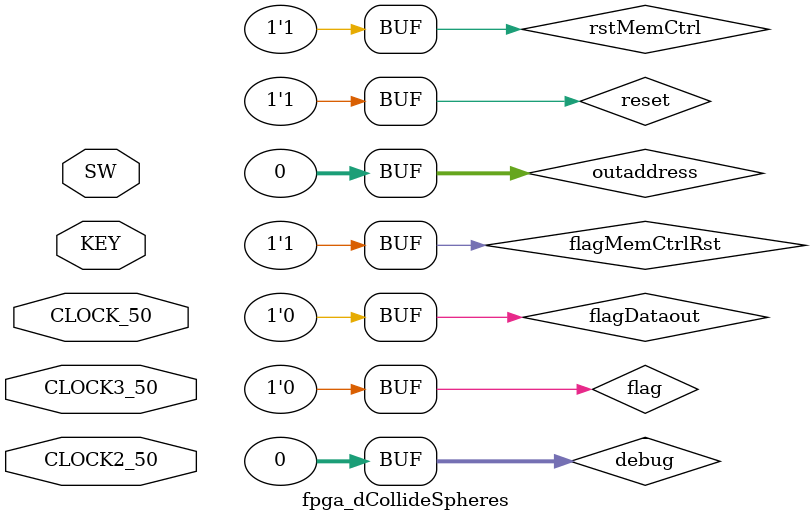
<source format=v>


module fpga_dCollideSpheres(

	//////////// CLOCK //////////
	CLOCK_50,
	CLOCK2_50,
	CLOCK3_50,

	//////////// KEY //////////
	KEY,
	SW
);

//=======================================================
//  PARAMETER declarations
//=======================================================


//=======================================================
//  PORT declarations
//=======================================================

//////////// CLOCK //////////
input 		          		CLOCK_50;
input 		          		CLOCK2_50;
input 		          		CLOCK3_50;

//////////// KEY //////////
input 		     [3:0]		KEY;
input 		          		SW;


//=======================================================
//  REG/WIRE declarations
//=======================================================

wire [31:0] rst_reg;
wire [31:0] x1_reg;
wire [31:0] y1_reg;
wire [31:0] z1_reg;
wire [31:0] r1_reg;
wire [31:0] x2_reg;
wire [31:0] y2_reg;
wire [31:0] z2_reg;
wire [31:0] r2_reg, g1c, g2c;
wire [31:0] outs [8:0];
wire [31:0] check1;
wire [31:0] check2;
wire [31:0] check3;
wire [31:0] check4;
wire key0;
wire ret_val, done_flag;
wire rst_data;
reg rst_wire;
/*
reg [31:0] counter = 31'b0;
reg [31:0] debug = 31'b0;
reg reset = 1'b1;
reg flag = 1'b0;
wire [31:0] countrdy;
wire rdyData;
// jtag signals
assign key0 = ~KEY[0];
wire [31:0] datain_mem_w;
wire [31:0] dataout_mem_w;
wire we_w;

reg [7:0] addressreg;*/

reg [31:0] inaddress = 32'b0;
reg [31:0] outaddress = 32'b0;
reg [31:0] debug = 32'b0;
reg reset = 1'b1;
reg flag = 1'b0;
reg flagDatain = 1'b0;
reg flagDataout = 1'b0;
wire [31:0] countrdy;
wire rdyData;
// jtag signals
wire [31:0] datain_mem_w;
wire [31:0] dataout1_mem_w;
wire [31:0] dataout2_mem_w;
wire [31:0] dataout3_mem_w;
wire [31:0] dataout4_mem_w;
wire [31:0] dataout5_mem_w;
wire [31:0] dataout6_mem_w;
wire [31:0] dataout7_mem_w;
wire [31:0] dataout8_mem_w;

reg [7:0] addressreg;

reg [31:0] mem_input [0:31];

reg cs_w;
reg we_w;

wire oe_w;
wire fm_w;
wire rstOut_w;
wire end_of_memory_w;

reg rstMemCtrl = 1'b1;

reg flagMemCtrlRst = 1'b1;

wire [31:0] outaddress_w;

//=======================================================
//  Structural coding
//=======================================================

jtag_tx_rdy jtag0(
	.out_data(datain_mem_w),
	.count(countrdy),
	.out_rdy(rdyData)
);

jtag_debug jtag1(
	.in_debug(outs[6])
);

rst_Ctrl rstCTRL(
	.cs(fm_w),
	.clk(CLOCK_50),
	.done_collide(done_w),
	.rstOut(rstOut_w),
	.rst(1'b1)
);

dCollideSpheres test0(
	.x1(dataout1_mem_w), 
	.y1(dataout2_mem_w), 
	.z1(dataout3_mem_w), 
	.r1(dataout4_mem_w), 
	.x2(dataout5_mem_w), 
	.y2(dataout6_mem_w), 
	.z2(dataout7_mem_w), 
	.r2(dataout8_mem_w), 	
	.cx(outs[0]), 
	.cy(outs[1]), 
	.cz(outs[2]), 
	.normalx(outs[3]), 
	.normaly(outs[4]), 
	.normalz(outs[5]), 
	.depth(outs[6]), 
	.g1(32'd1), 
	.g2(32'd1), 
	.ret(outs[7]), 
	.clk(CLOCK_50), 
	.rst(rstOut_w), 
	.done(done_w),
	.test(check1),
	.test2(check2),
	.test3(check3),
	.test4(check4)
);

//assign datain_mem_w = (flagzero) ? inaddress:0;
ram_sp_sr_sw memory(
	.clk(CLOCK_50)         , // Clock Input
	.addressin(inaddress)     , // Address Input
	.addressout(outaddress_w)     , // Address Output
	.datain(datain_mem_w)        , // Data bi-directional
	.dataout0(dataout1_mem_w),
	.dataout1(dataout2_mem_w),
	.dataout2(dataout3_mem_w),
	.dataout3(dataout4_mem_w),
	.dataout4(dataout5_mem_w),
	.dataout5(dataout6_mem_w),
	.dataout6(dataout7_mem_w),
	.dataout7(dataout8_mem_w),
	.cs(cs_w)          , // Chip Select
	.we(we_w)          , // Write Enable/Read Enable
	.oe(oe_w)          , // Output Enable
	.fm(fm_w)           // Output Enable
); 

memoryController memcontrol( 
		//.clk(CLK),
		.rst(),
		.fetch_data_ready(done_w),
		.end_of_memory(end_of_memory_w),
		.address(outaddress_w),
		.output_enable(oe_w)		
);

always @(posedge rdyData)
begin
	if(inaddress < 32)
		begin
		if(flagDatain == 0)
		begin
			flagDatain <= 1;
			we_w <= 1;
		end else
		begin
			inaddress <= inaddress + 1;
			flagDatain <= 0;
			we_w <= 0;
		end
	end else
	begin
		we_w <= 0;
	end

end	

/*
always @(posedge KEY[0])
begin
	//if (KEY[0])
	//begin
	//	counter <= 0;
	//end
	if(counter == 32'd7)
	begin
		counter <= 0;
	end else
	begin
		counter <= counter + 1;
	end
	//else
	//	counter <= counter;
	//if(rdyData)
	//	counter <= counter + 1;
end	
*/

endmodule

</source>
